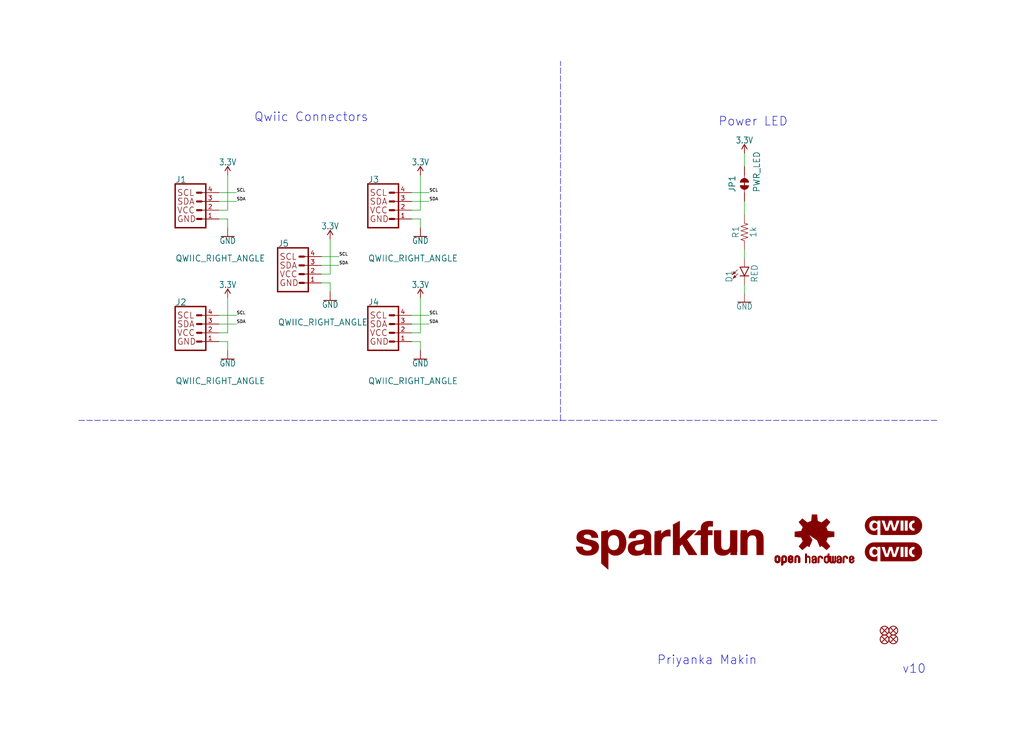
<source format=kicad_sch>
(kicad_sch (version 20211123) (generator eeschema)
  (paper "User" 297.002 216.129)
  (lib_symbols
    (symbol "eagleSchem-eagle-import:1KOHM-0603-1{slash}10W-1%"
      (property "Reference" "R" (at 0 1.524 0))
      (property "Value" "1KOHM-0603-1{slash}10W-1%" (at 0 -1.524 0))
      (symbol "1KOHM-0603-1{slash}10W-1%_1_0"
        (pin passive line (at -5.08 0 0) (length 2.54) (name "1") (number "1"))
        (pin passive line (at 5.08 0 180) (length 2.54) (name "2") (number "2"))
      )
    )
    (symbol "eagleSchem-eagle-import:3.3V" (power)
      (property "Value" "3.3V" (at 0 2.794 0))
      (symbol "3.3V_1_0"
        (pin power_in line (at 0 0 90) (length 2.54) (name "3.3V") (number "1"))
      )
    )
    (symbol "eagleSchem-eagle-import:FIDUCIAL1X2")
    (symbol "eagleSchem-eagle-import:GND" (power)
      (property "Value" "GND" (at 0 -0.254 0))
      (symbol "GND_1_0"
        (pin power_in line (at 0 2.54 270) (length 2.54) (name "GND") (number "1"))
      )
    )
    (symbol "eagleSchem-eagle-import:JUMPER-SMT_2_NC_TRACE_SILK"
      (property "Reference" "JP" (at -2.54 2.54 0))
      (property "Value" "JUMPER-SMT_2_NC_TRACE_SILK" (at -2.54 -2.54 0))
      (symbol "JUMPER-SMT_2_NC_TRACE_SILK_1_0"
        (pin passive line (at -5.08 0 0) (length 2.54) (name "1") (number "1"))
        (pin passive line (at 5.08 0 180) (length 2.54) (name "2") (number "2"))
      )
    )
    (symbol "eagleSchem-eagle-import:LED-RED0603"
      (property "Reference" "D" (at -3.429 -4.572 90))
      (property "Value" "LED-RED0603" (at 1.905 -4.572 90))
      (symbol "LED-RED0603_1_0"
        (pin passive line (at 0 2.54 270) (length 2.54) (name "A") (number "A"))
        (pin passive line (at 0 -5.08 90) (length 2.54) (name "C") (number "C"))
      )
    )
    (symbol "eagleSchem-eagle-import:OSHW-LOGOS")
    (symbol "eagleSchem-eagle-import:QWIIC_CONNECTORJS-1MM"
      (property "Reference" "J" (at -5.08 7.874 0))
      (property "Value" "QWIIC_CONNECTORJS-1MM" (at -5.08 -5.334 0))
      (symbol "QWIIC_CONNECTORJS-1MM_1_0"
        (text "GND" (at -4.572 -2.54 0) (effects (font (size 1.778 1.778)) (justify left)))
        (text "SCL" (at -4.572 5.08 0) (effects (font (size 1.778 1.778)) (justify left)))
        (text "SDA" (at -4.572 2.54 0) (effects (font (size 1.778 1.778)) (justify left)))
        (text "VCC" (at -4.572 0 0) (effects (font (size 1.778 1.778)) (justify left)))
        (pin power_in line (at 7.62 -2.54 180) (length 5.08) (name "1") (number "1"))
        (pin power_in line (at 7.62 0 180) (length 5.08) (name "2") (number "2"))
        (pin passive line (at 7.62 2.54 180) (length 5.08) (name "3") (number "3"))
        (pin passive line (at 7.62 5.08 180) (length 5.08) (name "4") (number "4"))
      )
    )
    (symbol "eagleSchem-eagle-import:QWIIC_LOGO_5MM")
    (symbol "eagleSchem-eagle-import:SFE_LOGO_NAME.2_INCH")
  )
  (polyline (pts (xy 162.56 121.92) (xy 162.56 17.78)))
  (wire (pts (xy 66.04 60.96) (xy 66.04 50.8)))
  (wire (pts (xy 121.92 99.06) (xy 121.92 101.6)))
  (wire (pts (xy 215.9 58.42) (xy 215.9 62.23)))
  (wire (pts (xy 66.04 96.52) (xy 66.04 86.36)))
  (wire (pts (xy 215.9 85.09) (xy 215.9 82.55)))
  (wire (pts (xy 215.9 48.26) (xy 215.9 44.45)))
  (wire (pts (xy 63.5 96.52) (xy 66.04 96.52)))
  (polyline (pts (xy 162.56 121.92) (xy 271.78 121.92)))
  (wire (pts (xy 121.92 63.5) (xy 121.92 66.04)))
  (wire (pts (xy 95.758 82.042) (xy 95.758 84.582)))
  (wire (pts (xy 93.218 76.962) (xy 98.298 76.962)))
  (wire (pts (xy 63.5 58.42) (xy 68.58 58.42)))
  (wire (pts (xy 63.5 63.5) (xy 66.04 63.5)))
  (wire (pts (xy 119.38 58.42) (xy 124.46 58.42)))
  (wire (pts (xy 63.5 99.06) (xy 66.04 99.06)))
  (wire (pts (xy 121.92 96.52) (xy 121.92 86.36)))
  (wire (pts (xy 63.5 91.44) (xy 68.58 91.44)))
  (wire (pts (xy 95.758 79.502) (xy 95.758 69.342)))
  (wire (pts (xy 215.9 74.93) (xy 215.9 72.39)))
  (wire (pts (xy 121.92 60.96) (xy 121.92 50.8)))
  (wire (pts (xy 63.5 55.88) (xy 68.58 55.88)))
  (wire (pts (xy 93.218 74.422) (xy 98.298 74.422)))
  (wire (pts (xy 119.38 96.52) (xy 121.92 96.52)))
  (wire (pts (xy 119.38 55.88) (xy 124.46 55.88)))
  (wire (pts (xy 119.38 99.06) (xy 121.92 99.06)))
  (wire (pts (xy 119.38 91.44) (xy 124.46 91.44)))
  (wire (pts (xy 93.218 82.042) (xy 95.758 82.042)))
  (polyline (pts (xy 22.86 121.92) (xy 162.56 121.92)))
  (wire (pts (xy 66.04 99.06) (xy 66.04 101.6)))
  (wire (pts (xy 119.38 60.96) (xy 121.92 60.96)))
  (wire (pts (xy 66.04 63.5) (xy 66.04 66.04)))
  (wire (pts (xy 119.38 63.5) (xy 121.92 63.5)))
  (wire (pts (xy 63.5 60.96) (xy 66.04 60.96)))
  (wire (pts (xy 119.38 93.98) (xy 124.46 93.98)))
  (wire (pts (xy 93.218 79.502) (xy 95.758 79.502)))
  (wire (pts (xy 63.5 93.98) (xy 68.58 93.98)))
  (text "Priyanka Makin" (at 190.5 193.04 180) (effects (font (size 2.54 2.54)) (justify left bottom)))
  (text "v10" (at 261.62 195.58 180) (effects (font (size 2.54 2.54)) (justify left bottom)))
  (text "Power LED" (at 208.28 36.83 180) (effects (font (size 2.54 2.54)) (justify left bottom)))
  (text "Qwiic Connectors" (at 73.66 35.56 180) (effects (font (size 2.54 2.54)) (justify left bottom)))
  (label "SCL" (at 124.46 55.88 0) (effects (font (size 0.889 0.889))))
  (label "SCL" (at 68.58 55.88 0) (effects (font (size 0.889 0.889))))
  (label "SDA" (at 68.58 93.98 0) (effects (font (size 0.889 0.889))))
  (label "SDA" (at 124.46 93.98 0) (effects (font (size 0.889 0.889))))
  (label "SDA" (at 68.58 58.42 0) (effects (font (size 0.889 0.889))))
  (label "SCL" (at 124.46 91.44 0) (effects (font (size 0.889 0.889))))
  (label "SCL" (at 98.298 74.422 0) (effects (font (size 0.889 0.889))))
  (label "SDA" (at 124.46 58.42 0) (effects (font (size 0.889 0.889))))
  (label "SCL" (at 68.58 91.44 0) (effects (font (size 0.889 0.889))))
  (label "SDA" (at 98.298 76.962 0) (effects (font (size 0.889 0.889))))
  (symbol (lib_id "eagleSchem-eagle-import:QWIIC_CONNECTORJS-1MM") (at 111.76 60.96 0) (unit 1)
    (property "Reference" "J3" (at 106.68 53.086 0) (effects (font (size 1.778 1.778)) (justify left bottom)))
    (property "Value" "QWIIC_RIGHT_ANGLE" (at 106.68 73.914 0) (effects (font (size 1.778 1.778)) (justify left top)))
    (property "Footprint" "eagleSchem:JST04_1MM_RA" (effects hide))
  )
  (symbol (lib_id "eagleSchem-eagle-import:SFE_LOGO_NAME.2_INCH") (at 165.1 165.1 0) (unit 1)
    (property "Reference" "LOGO4" (effects hide))
    (property "Value" "SFE_LOGO_NAME.2_INCH" (effects hide))
    (property "Footprint" "eagleSchem:SFE_LOGO_NAME_.2" (effects hide))
  )
  (symbol (lib_id "eagleSchem-eagle-import:GND") (at 215.9 87.63 0) (unit 1)
    (property "Reference" "#GND5" (effects hide))
    (property "Value" "GND" (at 215.9 87.884 0) (effects (font (size 1.778 1.5113)) (justify top)))
    (property "Footprint" "eagleSchem:" (effects hide))
  )
  (symbol (lib_id "eagleSchem-eagle-import:GND") (at 66.04 104.14 0) (unit 1)
    (property "Reference" "#GND1" (effects hide))
    (property "Value" "GND" (at 66.04 104.394 0) (effects (font (size 1.778 1.5113)) (justify top)))
    (property "Footprint" "eagleSchem:" (effects hide))
  )
  (symbol (lib_id "eagleSchem-eagle-import:QWIIC_CONNECTORJS-1MM") (at 55.88 60.96 0) (unit 1)
    (property "Reference" "J1" (at 50.8 53.086 0) (effects (font (size 1.778 1.778)) (justify left bottom)))
    (property "Value" "QWIIC_RIGHT_ANGLE" (at 50.8 73.914 0) (effects (font (size 1.778 1.778)) (justify left top)))
    (property "Footprint" "eagleSchem:JST04_1MM_RA" (effects hide))
  )
  (symbol (lib_id "eagleSchem-eagle-import:3.3V") (at 121.92 50.8 0) (unit 1)
    (property "Reference" "#SUPPLY2" (effects hide))
    (property "Value" "3.3V" (at 121.92 48.006 0) (effects (font (size 1.778 1.5113)) (justify bottom)))
    (property "Footprint" "eagleSchem:" (effects hide))
  )
  (symbol (lib_id "eagleSchem-eagle-import:GND") (at 95.758 87.122 0) (unit 1)
    (property "Reference" "#GND6" (effects hide))
    (property "Value" "GND" (at 95.758 87.376 0) (effects (font (size 1.778 1.5113)) (justify top)))
    (property "Footprint" "eagleSchem:" (effects hide))
  )
  (symbol (lib_id "eagleSchem-eagle-import:FIDUCIAL1X2") (at 259.08 185.42 0) (unit 1)
    (property "Reference" "FD3" (effects hide))
    (property "Value" "FIDUCIAL1X2" (effects hide))
    (property "Footprint" "eagleSchem:FIDUCIAL-1X2" (effects hide))
  )
  (symbol (lib_id "eagleSchem-eagle-import:3.3V") (at 121.92 86.36 0) (unit 1)
    (property "Reference" "#SUPPLY4" (effects hide))
    (property "Value" "3.3V" (at 121.92 83.566 0) (effects (font (size 1.778 1.5113)) (justify bottom)))
    (property "Footprint" "eagleSchem:" (effects hide))
  )
  (symbol (lib_id "eagleSchem-eagle-import:1KOHM-0603-1{slash}10W-1%") (at 215.9 67.31 90) (unit 1)
    (property "Reference" "R1" (at 214.376 67.31 0) (effects (font (size 1.778 1.778)) (justify bottom)))
    (property "Value" "1k" (at 217.424 67.31 0) (effects (font (size 1.778 1.778)) (justify top)))
    (property "Footprint" "eagleSchem:0603" (effects hide))
  )
  (symbol (lib_id "eagleSchem-eagle-import:3.3V") (at 215.9 44.45 0) (unit 1)
    (property "Reference" "#SUPPLY5" (effects hide))
    (property "Value" "3.3V" (at 215.9 41.656 0) (effects (font (size 1.778 1.5113)) (justify bottom)))
    (property "Footprint" "eagleSchem:" (effects hide))
  )
  (symbol (lib_id "eagleSchem-eagle-import:LED-RED0603") (at 215.9 77.47 0) (unit 1)
    (property "Reference" "D1" (at 212.471 82.042 90) (effects (font (size 1.778 1.778)) (justify left bottom)))
    (property "Value" "RED" (at 217.805 82.042 90) (effects (font (size 1.778 1.778)) (justify left top)))
    (property "Footprint" "eagleSchem:LED-0603" (effects hide))
  )
  (symbol (lib_id "eagleSchem-eagle-import:GND") (at 121.92 104.14 0) (unit 1)
    (property "Reference" "#GND2" (effects hide))
    (property "Value" "GND" (at 121.92 104.394 0) (effects (font (size 1.778 1.5113)) (justify top)))
    (property "Footprint" "eagleSchem:" (effects hide))
  )
  (symbol (lib_id "eagleSchem-eagle-import:3.3V") (at 95.758 69.342 0) (unit 1)
    (property "Reference" "#SUPPLY6" (effects hide))
    (property "Value" "3.3V" (at 95.758 66.548 0) (effects (font (size 1.778 1.5113)) (justify bottom)))
    (property "Footprint" "eagleSchem:" (effects hide))
  )
  (symbol (lib_id "eagleSchem-eagle-import:OSHW-LOGOS") (at 236.22 154.94 0) (unit 1)
    (property "Reference" "LOGO3" (effects hide))
    (property "Value" "OSHW-LOGOS" (effects hide))
    (property "Footprint" "eagleSchem:OSHW-LOGO-S" (effects hide))
  )
  (symbol (lib_id "eagleSchem-eagle-import:JUMPER-SMT_2_NC_TRACE_SILK") (at 215.9 53.34 90) (unit 1)
    (property "Reference" "JP1" (at 213.36 55.88 0) (effects (font (size 1.778 1.778)) (justify left bottom)))
    (property "Value" "PWR_LED" (at 218.44 55.88 0) (effects (font (size 1.778 1.778)) (justify left top)))
    (property "Footprint" "eagleSchem:SMT-JUMPER_2_NC_TRACE_SILK" (effects hide))
  )
  (symbol (lib_id "eagleSchem-eagle-import:GND") (at 121.92 68.58 0) (unit 1)
    (property "Reference" "#GND3" (effects hide))
    (property "Value" "GND" (at 121.92 68.834 0) (effects (font (size 1.778 1.5113)) (justify top)))
    (property "Footprint" "eagleSchem:" (effects hide))
  )
  (symbol (lib_id "eagleSchem-eagle-import:GND") (at 66.04 68.58 0) (unit 1)
    (property "Reference" "#GND4" (effects hide))
    (property "Value" "GND" (at 66.04 68.834 0) (effects (font (size 1.778 1.5113)) (justify top)))
    (property "Footprint" "eagleSchem:" (effects hide))
  )
  (symbol (lib_id "eagleSchem-eagle-import:FIDUCIAL1X2") (at 256.54 182.88 0) (unit 1)
    (property "Reference" "FD1" (effects hide))
    (property "Value" "FIDUCIAL1X2" (effects hide))
    (property "Footprint" "eagleSchem:FIDUCIAL-1X2" (effects hide))
  )
  (symbol (lib_id "eagleSchem-eagle-import:3.3V") (at 66.04 50.8 0) (unit 1)
    (property "Reference" "#SUPPLY1" (effects hide))
    (property "Value" "3.3V" (at 66.04 48.006 0) (effects (font (size 1.778 1.5113)) (justify bottom)))
    (property "Footprint" "eagleSchem:" (effects hide))
  )
  (symbol (lib_id "eagleSchem-eagle-import:QWIIC_CONNECTORJS-1MM") (at 85.598 79.502 0) (unit 1)
    (property "Reference" "J5" (at 80.518 71.628 0) (effects (font (size 1.778 1.778)) (justify left bottom)))
    (property "Value" "QWIIC_RIGHT_ANGLE" (at 80.518 92.456 0) (effects (font (size 1.778 1.778)) (justify left top)))
    (property "Footprint" "eagleSchem:JST04_1MM_RA" (effects hide))
  )
  (symbol (lib_id "eagleSchem-eagle-import:FIDUCIAL1X2") (at 259.08 182.88 0) (unit 1)
    (property "Reference" "FD2" (effects hide))
    (property "Value" "FIDUCIAL1X2" (effects hide))
    (property "Footprint" "eagleSchem:FIDUCIAL-1X2" (effects hide))
  )
  (symbol (lib_id "eagleSchem-eagle-import:QWIIC_LOGO_5MM") (at 259.08 152.4 0) (unit 1)
    (property "Reference" "LOGO2" (effects hide))
    (property "Value" "QWIIC_LOGO_5MM" (effects hide))
    (property "Footprint" "eagleSchem:QWIIC_5MM" (effects hide))
  )
  (symbol (lib_id "eagleSchem-eagle-import:QWIIC_CONNECTORJS-1MM") (at 55.88 96.52 0) (unit 1)
    (property "Reference" "J2" (at 50.8 88.646 0) (effects (font (size 1.778 1.778)) (justify left bottom)))
    (property "Value" "QWIIC_RIGHT_ANGLE" (at 50.8 109.474 0) (effects (font (size 1.778 1.778)) (justify left top)))
    (property "Footprint" "eagleSchem:JST04_1MM_RA" (effects hide))
  )
  (symbol (lib_id "eagleSchem-eagle-import:3.3V") (at 66.04 86.36 0) (unit 1)
    (property "Reference" "#SUPPLY3" (effects hide))
    (property "Value" "3.3V" (at 66.04 83.566 0) (effects (font (size 1.778 1.5113)) (justify bottom)))
    (property "Footprint" "eagleSchem:" (effects hide))
  )
  (symbol (lib_id "eagleSchem-eagle-import:QWIIC_LOGO_5MM") (at 259.08 160.02 0) (unit 1)
    (property "Reference" "LOGO1" (effects hide))
    (property "Value" "QWIIC_LOGO_5MM" (effects hide))
    (property "Footprint" "eagleSchem:QWIIC_5MM" (effects hide))
  )
  (symbol (lib_id "eagleSchem-eagle-import:QWIIC_CONNECTORJS-1MM") (at 111.76 96.52 0) (unit 1)
    (property "Reference" "J4" (at 106.68 88.646 0) (effects (font (size 1.778 1.778)) (justify left bottom)))
    (property "Value" "QWIIC_RIGHT_ANGLE" (at 106.68 109.474 0) (effects (font (size 1.778 1.778)) (justify left top)))
    (property "Footprint" "eagleSchem:JST04_1MM_RA" (effects hide))
  )
  (symbol (lib_id "eagleSchem-eagle-import:FIDUCIAL1X2") (at 256.54 185.42 0) (unit 1)
    (property "Reference" "FD4" (effects hide))
    (property "Value" "FIDUCIAL1X2" (effects hide))
    (property "Footprint" "eagleSchem:FIDUCIAL-1X2" (effects hide))
  )
)
</source>
